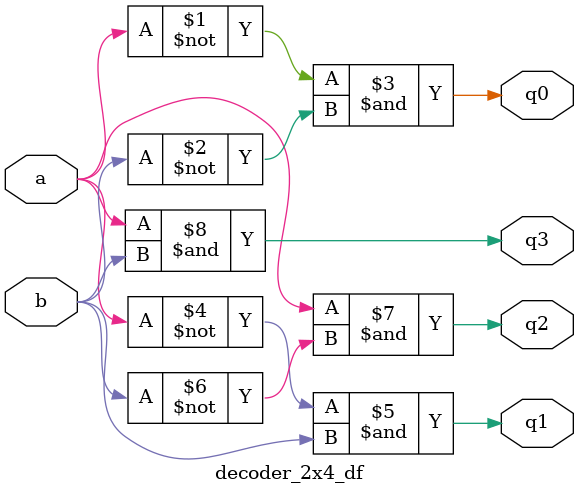
<source format=v>
`timescale 1ns / 1ps


module decoder_2x4_df(
    input a, b,
    output q0, q1, q2, q3
    );
    
    assign q0 = ~a & ~b;
    assign q1 = ~a & b;
    assign q2 = a & ~b;
    assign q3 = a & b;
endmodule

</source>
